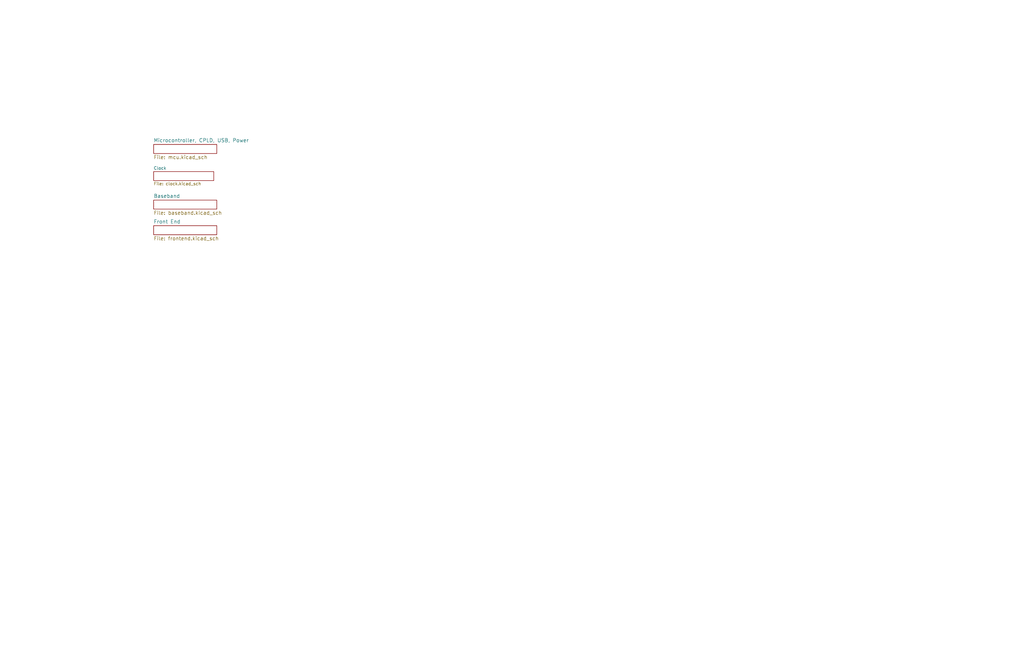
<source format=kicad_sch>
(kicad_sch (version 20211123) (generator eeschema)
  (paper "USLedger")
  (title_block (title "HackRF One") (date "2022-08-29") (rev "r9") (company "Copyright 2012-2022 Great Scott Gadgets") (comment 1 "Michael Ossmann") (comment 2 "Licensed under the CERN-OHL-P v2"))
  (lib_symbols)
  (sheet (at 64.77 60.96) (size 26.67 3.81)
    (property "Sheet name" "Microcontroller, CPLD, USB, Power" (at 64.77 60.1214 0) (effects (font (size 1.524 1.524)) (justify left bottom)))
    (property "Sheet file" "mcu.kicad_sch" (at 64.77 65.4562 0) (effects (font (size 1.524 1.524)) (justify left top)))
  )
  (sheet (at 64.77 84.455) (size 26.67 3.81)
    (property "Sheet name" "Baseband" (at 64.77 83.6164 0) (effects (font (size 1.524 1.524)) (justify left bottom)))
    (property "Sheet file" "baseband.kicad_sch" (at 64.77 88.9512 0) (effects (font (size 1.524 1.524)) (justify left top)))
  )
  (sheet (at 64.77 95.25) (size 26.67 3.81)
    (property "Sheet name" "Front End" (at 64.77 94.4114 0) (effects (font (size 1.524 1.524)) (justify left bottom)))
    (property "Sheet file" "frontend.kicad_sch" (at 64.77 99.7462 0) (effects (font (size 1.524 1.524)) (justify left top)))
  )
  (sheet (at 64.77 72.39) (size 25.4 3.81) (stroke (width 0.1524))
    (property "Sheet name" "Clock" (at 64.77 71.6784 0) (effects (justify left bottom)))
    (property "Sheet file" "clock.kicad_sch" (at 64.77 76.7846 0) (effects (justify left top)))
  )
)
</source>
